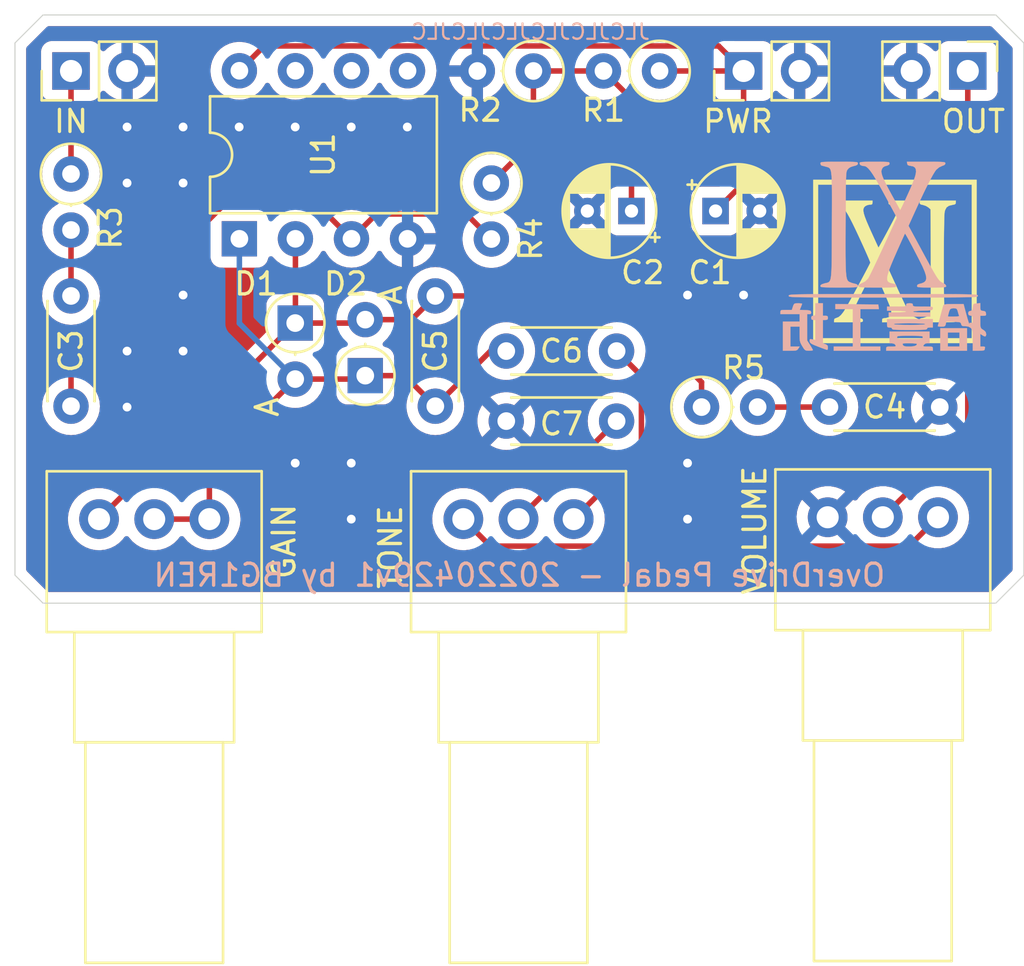
<source format=kicad_pcb>
(kicad_pcb (version 20211014) (generator pcbnew)
  (layers (0 "F.Cu" signal) (31 "B.Cu" signal) (34 "B.Paste" user) (35 "F.Paste" user) (36 "B.SilkS" user "B.Silkscreen") (37 "F.SilkS" user "F.Silkscreen") (38 "B.Mask" user) (39 "F.Mask" user) (44 "Edge.Cuts" user))
  (net 0 "")
  (net 1 "/9V")
  (net 2 "GND")
  (net 3 "/4.5V")
  (net 4 "Net-(C3-Pad1)")
  (net 5 "Net-(U1-Pad3)")
  (net 6 "Net-(C4-Pad2)")
  (net 7 "Net-(U1-Pad2)")
  (net 8 "Net-(U1-Pad1)")
  (net 9 "Net-(C6-Pad2)")
  (net 10 "Net-(C7-Pad2)")
  (net 11 "/IN")
  (net 12 "/OUT")
  (net 13 "Net-(RV2-Pad1)")
  (footprint "Capacitor_THT:C_Disc_D4.3mm_W1.9mm_P5.00mm" (layer "F.Cu") (at 115.57 94.02 -90)
    (fp_text reference "C3" (at 2.5 0 90) (layer "F.SilkS"))
    (fp_text value "470n")
    (pad "1" thru_hole circle (at 0 0 270) (size 1.6 1.6) (drill 0.8) (layers *.Cu *.Mask) (net 4 "Net-(C3-Pad1)"))
    (pad "2" thru_hole circle (at 5 0 270) (size 1.6 1.6) (drill 0.8) (layers *.Cu *.Mask) (net 5 "Net-(U1-Pad3)"))
  )
  (footprint "Capacitor_THT:CP_Radial_D4.0mm_P2.00mm" (layer "F.Cu") (at 140.97 90.17 180)
    (fp_text reference "C2" (at -0.508 -2.794) (layer "F.SilkS"))
    (fp_text value "47u")
    (pad "1" thru_hole rect (at 0 0 180) (size 1.2 1.2) (drill 0.6) (layers *.Cu *.Mask) (net 3 "/4.5V"))
    (pad "2" thru_hole circle (at 2 0 180) (size 1.2 1.2) (drill 0.6) (layers *.Cu *.Mask) (net 2 "GND"))
  )
  (footprint "Resistor_THT:R_Axial_DIN0207_L6.3mm_D2.5mm_P2.54mm_Vertical" (layer "F.Cu") (at 136.525 83.82 180)
    (fp_text reference "R2" (at 2.413 -1.778) (layer "F.SilkS"))
    (fp_text value "10K")
    (pad "1" thru_hole circle (at 0 0 180) (size 1.6 1.6) (drill 0.8) (layers *.Cu *.Mask) (net 3 "/4.5V"))
    (pad "2" thru_hole oval (at 2.54 0 180) (size 1.6 1.6) (drill 0.8) (layers *.Cu *.Mask) (net 2 "GND"))
  )
  (footprint "Connector_PinHeader_2.54mm:PinHeader_1x02_P2.54mm_Vertical" (layer "F.Cu") (at 146.05 83.82 90)
    (fp_text reference "J1" hide)
    (fp_text value "PWR" (at -2.286 -0.254 180) (layer "F.SilkS"))
    (pad "1" thru_hole rect (at 0 0 90) (size 1.7 1.7) (drill 1) (layers *.Cu *.Mask) (net 1 "/9V"))
    (pad "2" thru_hole oval (at 0 2.54 90) (size 1.7 1.7) (drill 1) (layers *.Cu *.Mask) (net 2 "GND"))
  )
  (footprint "xi:xi-logo-c-08_08" (layer "F.Cu") (at 152.908 92.456)
    (fp_text reference "G***" hide)
    (fp_text value "LOGO" hide)
  )
  (footprint "Resistor_THT:R_Axial_DIN0207_L6.3mm_D2.5mm_P2.54mm_Vertical" (layer "F.Cu") (at 115.57 88.49 -90)
    (fp_text reference "R3" (at 2.442 -1.778 90) (layer "F.SilkS"))
    (fp_text value "10K")
    (pad "1" thru_hole circle (at 0 0 270) (size 1.6 1.6) (drill 0.8) (layers *.Cu *.Mask) (net 11 "/IN"))
    (pad "2" thru_hole oval (at 2.54 0 270) (size 1.6 1.6) (drill 0.8) (layers *.Cu *.Mask) (net 4 "Net-(C3-Pad1)"))
  )
  (footprint "Connector_PinHeader_2.54mm:PinHeader_1x02_P2.54mm_Vertical" (layer "F.Cu") (at 115.57 83.82 90)
    (fp_text reference "J2" hide)
    (fp_text value "IN" (at -2.286 0 180) (layer "F.SilkS"))
    (pad "1" thru_hole rect (at 0 0 90) (size 1.7 1.7) (drill 1) (layers *.Cu *.Mask) (net 11 "/IN"))
    (pad "2" thru_hole oval (at 0 2.54 90) (size 1.7 1.7) (drill 1) (layers *.Cu *.Mask) (net 2 "GND"))
  )
  (footprint "bg1ren:Potentiometer_Alps_RK097_Single_Horizontal" (layer "F.Cu") (at 116.84 104.14 -90)
    (fp_text reference "RV1" hide)
    (fp_text value "500K")
    (pad "1" thru_hole circle locked (at 0 0 270) (size 1.8 1.8) (drill 1) (layers *.Cu *.Mask) (net 7 "Net-(U1-Pad2)"))
    (pad "2" thru_hole circle locked (at 0 -2.5 270) (size 1.8 1.8) (drill 1) (layers *.Cu *.Mask) (net 8 "Net-(U1-Pad1)"))
    (pad "3" thru_hole circle locked (at 0 -5 270) (size 1.8 1.8) (drill 1) (layers *.Cu *.Mask) (net 8 "Net-(U1-Pad1)"))
  )
  (footprint "bg1ren:Potentiometer_Alps_RK097_Single_Horizontal" (layer "F.Cu") (at 133.35 104.14 -90)
    (fp_text reference "RV2" hide)
    (fp_text value "10K")
    (pad "1" thru_hole circle locked (at 0 0 270) (size 1.8 1.8) (drill 1) (layers *.Cu *.Mask) (net 13 "Net-(RV2-Pad1)"))
    (pad "2" thru_hole circle locked (at 0 -2.5 270) (size 1.8 1.8) (drill 1) (layers *.Cu *.Mask) (net 10 "Net-(C7-Pad2)"))
    (pad "3" thru_hole circle locked (at 0 -5 270) (size 1.8 1.8) (drill 1) (layers *.Cu *.Mask) (net 9 "Net-(C6-Pad2)"))
  )
  (footprint "Resistor_THT:R_Axial_DIN0207_L6.3mm_D2.5mm_P2.54mm_Vertical" (layer "F.Cu") (at 142.24 83.82 180)
    (fp_text reference "R1" (at 2.54 -1.778) (layer "F.SilkS"))
    (fp_text value "10K")
    (pad "1" thru_hole circle (at 0 0 180) (size 1.6 1.6) (drill 0.8) (layers *.Cu *.Mask) (net 1 "/9V"))
    (pad "2" thru_hole oval (at 2.54 0 180) (size 1.6 1.6) (drill 0.8) (layers *.Cu *.Mask) (net 3 "/4.5V"))
  )
  (footprint "Diode_THT:D_DO-35_SOD27_P2.54mm_Vertical_AnodeUp" (layer "F.Cu") (at 125.73 95.25 -90)
    (fp_text reference "D1" (at -1.778 1.778 180) (layer "F.SilkS"))
    (fp_text value "1N4148")
    (fp_text user "A" (at 3.81 1.27 90) (layer "F.SilkS"))
    (pad "1" thru_hole rect (at 0 0 270) (size 1.6 1.6) (drill 0.8) (layers *.Cu *.Mask) (net 7 "Net-(U1-Pad2)"))
    (pad "2" thru_hole oval (at 2.54 0 270) (size 1.6 1.6) (drill 0.8) (layers *.Cu *.Mask) (net 8 "Net-(U1-Pad1)"))
  )
  (footprint "Capacitor_THT:C_Disc_D4.3mm_W1.9mm_P5.00mm" (layer "F.Cu") (at 132.08 94.02 -90)
    (fp_text reference "C5" (at 2.5 0 90) (layer "F.SilkS"))
    (fp_text value "100p")
    (pad "1" thru_hole circle (at 0 0 270) (size 1.6 1.6) (drill 0.8) (layers *.Cu *.Mask) (net 7 "Net-(U1-Pad2)"))
    (pad "2" thru_hole circle (at 5 0 270) (size 1.6 1.6) (drill 0.8) (layers *.Cu *.Mask) (net 8 "Net-(U1-Pad1)"))
  )
  (footprint "bg1ren:Potentiometer_Alps_RK097_Single_Horizontal" (layer "F.Cu") (at 149.86 104.055 -90)
    (fp_text reference "RV3" hide)
    (fp_text value "100K")
    (pad "1" thru_hole circle locked (at 0 0 270) (size 1.8 1.8) (drill 1) (layers *.Cu *.Mask) (net 2 "GND"))
    (pad "2" thru_hole circle locked (at 0 -2.5 270) (size 1.8 1.8) (drill 1) (layers *.Cu *.Mask) (net 12 "/OUT"))
    (pad "3" thru_hole circle locked (at 0 -5 270) (size 1.8 1.8) (drill 1) (layers *.Cu *.Mask) (net 13 "Net-(RV2-Pad1)"))
  )
  (footprint "Resistor_THT:R_Axial_DIN0207_L6.3mm_D2.5mm_P2.54mm_Vertical" (layer "F.Cu") (at 134.62 88.9 -90)
    (fp_text reference "R4" (at 2.54 -1.778 90) (layer "F.SilkS"))
    (fp_text value "1M")
    (pad "1" thru_hole circle (at 0 0 270) (size 1.6 1.6) (drill 0.8) (layers *.Cu *.Mask) (net 3 "/4.5V"))
    (pad "2" thru_hole oval (at 2.54 0 270) (size 1.6 1.6) (drill 0.8) (layers *.Cu *.Mask) (net 5 "Net-(U1-Pad3)"))
  )
  (footprint "Package_DIP:DIP-8_W7.62mm" (layer "F.Cu") (at 123.2 91.43 90)
    (fp_text reference "U1" (at 3.81 3.8 90) (layer "F.SilkS"))
    (fp_text value "LM358")
    (pad "1" thru_hole rect (at 0 0 90) (size 1.6 1.6) (drill 0.8) (layers *.Cu *.Mask) (net 8 "Net-(U1-Pad1)"))
    (pad "2" thru_hole oval (at 0 2.54 90) (size 1.6 1.6) (drill 0.8) (layers *.Cu *.Mask) (net 7 "Net-(U1-Pad2)"))
    (pad "3" thru_hole oval (at 0 5.08 90) (size 1.6 1.6) (drill 0.8) (layers *.Cu *.Mask) (net 5 "Net-(U1-Pad3)"))
    (pad "4" thru_hole oval (at 0 7.62 90) (size 1.6 1.6) (drill 0.8) (layers *.Cu *.Mask) (net 2 "GND"))
    (pad "5" thru_hole oval (at 7.62 7.62 90) (size 1.6 1.6) (drill 0.8) (layers *.Cu *.Mask))
    (pad "6" thru_hole oval (at 7.62 5.08 90) (size 1.6 1.6) (drill 0.8) (layers *.Cu *.Mask))
    (pad "7" thru_hole oval (at 7.62 2.54 90) (size 1.6 1.6) (drill 0.8) (layers *.Cu *.Mask))
    (pad "8" thru_hole oval (at 7.62 0 90) (size 1.6 1.6) (drill 0.8) (layers *.Cu *.Mask) (net 1 "/9V"))
  )
  (footprint "Capacitor_THT:CP_Radial_D4.0mm_P2.00mm" (layer "F.Cu") (at 144.78 90.17)
    (fp_text reference "C1" (at -0.254 2.794) (layer "F.SilkS"))
    (fp_text value "47u")
    (pad "1" thru_hole rect (at 0 0) (size 1.2 1.2) (drill 0.6) (layers *.Cu *.Mask) (net 1 "/9V"))
    (pad "2" thru_hole circle (at 2 0) (size 1.2 1.2) (drill 0.6) (layers *.Cu *.Mask) (net 2 "GND"))
  )
  (footprint "Capacitor_THT:C_Disc_D4.3mm_W1.9mm_P5.00mm" (layer "F.Cu") (at 135.295 96.52)
    (fp_text reference "C6" (at 2.5 0) (layer "F.SilkS"))
    (fp_text value "1u")
    (pad "1" thru_hole circle (at 0 0) (size 1.6 1.6) (drill 0.8) (layers *.Cu *.Mask) (net 8 "Net-(U1-Pad1)"))
    (pad "2" thru_hole circle (at 5 0) (size 1.6 1.6) (drill 0.8) (layers *.Cu *.Mask) (net 9 "Net-(C6-Pad2)"))
  )
  (footprint "Resistor_THT:R_Axial_DIN0207_L6.3mm_D2.5mm_P2.54mm_Vertical" (layer "F.Cu") (at 144.145 99.06)
    (fp_text reference "R5" (at 1.905 -1.778) (layer "F.SilkS"))
    (fp_text value "1K")
    (pad "1" thru_hole circle (at 0 0) (size 1.6 1.6) (drill 0.8) (layers *.Cu *.Mask) (net 7 "Net-(U1-Pad2)"))
    (pad "2" thru_hole oval (at 2.54 0) (size 1.6 1.6) (drill 0.8) (layers *.Cu *.Mask) (net 6 "Net-(C4-Pad2)"))
  )
  (footprint "Diode_THT:D_DO-35_SOD27_P2.54mm_Vertical_AnodeUp" (layer "F.Cu") (at 128.905 97.634314 90)
    (fp_text reference "D2" (at 4.162314 -0.889 180) (layer "F.SilkS"))
    (fp_text value "1N4148")
    (fp_text user "A" (at 3.654314 1.143 90) (layer "F.SilkS"))
    (pad "1" thru_hole rect (at 0 0 90) (size 1.6 1.6) (drill 0.8) (layers *.Cu *.Mask) (net 8 "Net-(U1-Pad1)"))
    (pad "2" thru_hole oval (at 2.54 0 90) (size 1.6 1.6) (drill 0.8) (layers *.Cu *.Mask) (net 7 "Net-(U1-Pad2)"))
  )
  (footprint "Capacitor_THT:C_Disc_D4.3mm_W1.9mm_P5.00mm" (layer "F.Cu") (at 135.295 99.695)
    (fp_text reference "C7" (at 2.5 0.127) (layer "F.SilkS"))
    (fp_text value "22n")
    (pad "1" thru_hole circle (at 0 0) (size 1.6 1.6) (drill 0.8) (layers *.Cu *.Mask) (net 2 "GND"))
    (pad "2" thru_hole circle (at 5 0) (size 1.6 1.6) (drill 0.8) (layers *.Cu *.Mask) (net 10 "Net-(C7-Pad2)"))
  )
  (footprint "Connector_PinHeader_2.54mm:PinHeader_1x02_P2.54mm_Vertical" (layer "F.Cu") (at 156.21 83.82 -90)
    (fp_text reference "J3" hide)
    (fp_text value "OUT" (at 2.286 -0.254 180) (layer "F.SilkS"))
    (pad "1" thru_hole rect (at 0 0 270) (size 1.7 1.7) (drill 1) (layers *.Cu *.Mask) (net 12 "/OUT"))
    (pad "2" thru_hole oval (at 0 2.54 270) (size 1.7 1.7) (drill 1) (layers *.Cu *.Mask) (net 2 "GND"))
  )
  (footprint "Capacitor_THT:C_Disc_D4.3mm_W1.9mm_P5.00mm" (layer "F.Cu") (at 154.94 99.06 180)
    (fp_text reference "C4" (at 2.5 0) (layer "F.SilkS"))
    (fp_text value "220n")
    (pad "1" thru_hole circle (at 0 0 180) (size 1.6 1.6) (drill 0.8) (layers *.Cu *.Mask) (net 2 "GND"))
    (pad "2" thru_hole circle (at 5 0 180) (size 1.6 1.6) (drill 0.8) (layers *.Cu *.Mask) (net 6 "Net-(C4-Pad2)"))
  )
  (footprint "xi:xi-logo-a-10_09" (layer "B.Cu") (at 152.4 92.202 180)
    (fp_text reference "G***" hide)
    (fp_text value "LOGO" hide)
  )
  (gr_line (start 114.3 107.95) (end 113.03 106.68) (layer "Edge.Cuts") (width 0.05))
  (gr_line (start 158.75 82.55) (end 158.75 106.68) (layer "Edge.Cuts") (width 0.05))
  (gr_line (start 114.3 81.28) (end 157.48 81.28) (layer "Edge.Cuts") (width 0.05))
  (gr_line (start 157.48 81.28) (end 158.75 82.55) (layer "Edge.Cuts") (width 0.05))
  (gr_line (start 157.48 107.95) (end 114.3 107.95) (layer "Edge.Cuts") (width 0.05))
  (gr_line (start 113.03 106.68) (end 113.03 82.55) (layer "Edge.Cuts") (width 0.05))
  (gr_line (start 113.03 82.55) (end 114.3 81.28) (layer "Edge.Cuts") (width 0.05))
  (gr_line (start 158.75 106.68) (end 157.48 107.95) (layer "Edge.Cuts") (width 0.05))
  (gr_text "JLCJLCJLCJLCJLCJLC" (at 136.398 82.042) (layer "B.SilkS") (effects (font (size 0.7 0.7) (thickness 0.1)) (justify mirror)))
  (gr_text "OverDrive Pedal - 20220429v1 by BG1REN" (at 135.89 106.68) (layer "B.SilkS") (effects (font (size 1 1)) (justify mirror)))
  (gr_text "VOLUME" (at 146.558 104.648 90) (layer "F.SilkS") (effects (font (size 1 1))))
  (gr_text "GAIN" (at 125.222 105.156 90) (layer "F.SilkS") (effects (font (size 1 1))))
  (gr_text "TONE" (at 130.048 105.41 90) (layer "F.SilkS") (effects (font (size 1 1))))
  (segment (start 124.324511 82.685489) (end 123.2 83.81) (width 0.25) (layer "F.Cu") (net 1))
  (segment (start 146.05 83.82) (end 144.915489 82.685489) (width 0.25) (layer "F.Cu") (net 1))
  (segment (start 146.05 83.82) (end 146.05 88.9) (width 0.25) (layer "F.Cu") (net 1))
  (segment (start 144.915489 82.685489) (end 124.324511 82.685489) (width 0.25) (layer "F.Cu") (net 1))
  (segment (start 146.05 88.9) (end 144.78 90.17) (width 0.25) (layer "F.Cu") (net 1))
  (segment (start 146.05 83.82) (end 142.24 83.82) (width 0.25) (layer "F.Cu") (net 1))
  (via (at 120.65 96.52) (size 0.8) (drill 0.4) (layers "F.Cu" "B.Cu") (net 2))
  (via (at 143.51 104.14) (size 0.8) (drill 0.4) (layers "F.Cu" "B.Cu") (net 2))
  (via (at 120.65 86.36) (size 0.8) (drill 0.4) (layers "F.Cu" "B.Cu") (net 2))
  (via (at 118.11 86.36) (size 0.8) (drill 0.4) (layers "F.Cu" "B.Cu") (net 2))
  (via (at 143.51 101.6) (size 0.8) (drill 0.4) (layers "F.Cu" "B.Cu") (net 2))
  (via (at 120.65 93.98) (size 0.8) (drill 0.4) (layers "F.Cu" "B.Cu") (net 2))
  (via (at 125.73 101.6) (size 0.8) (drill 0.4) (layers "F.Cu" "B.Cu") (net 2))
  (via (at 130.81 86.36) (size 0.8) (drill 0.4) (layers "F.Cu" "B.Cu") (net 2))
  (via (at 128.27 86.36) (size 0.8) (drill 0.4) (layers "F.Cu" "B.Cu") (net 2))
  (via (at 118.11 88.9) (size 0.8) (drill 0.4) (layers "F.Cu" "B.Cu") (net 2))
  (via (at 146.05 93.98) (size 0.8) (drill 0.4) (layers "F.Cu" "B.Cu") (net 2))
  (via (at 125.73 86.36) (size 0.8) (drill 0.4) (layers "F.Cu" "B.Cu") (net 2))
  (via (at 128.27 101.6) (size 0.8) (drill 0.4) (layers "F.Cu" "B.Cu") (net 2))
  (via (at 128.27 104.14) (size 0.8) (drill 0.4) (layers "F.Cu" "B.Cu") (net 2))
  (via (at 143.51 93.98) (size 0.8) (drill 0.4) (layers "F.Cu" "B.Cu") (net 2))
  (via (at 118.11 99.06) (size 0.8) (drill 0.4) (layers "F.Cu" "B.Cu") (net 2))
  (via (at 118.11 96.52) (size 0.8) (drill 0.4) (layers "F.Cu" "B.Cu") (net 2))
  (via (at 120.65 88.9) (size 0.8) (drill 0.4) (layers "F.Cu" "B.Cu") (net 2))
  (via (at 123.19 86.36) (size 0.8) (drill 0.4) (layers "F.Cu" "B.Cu") (net 2))
  (segment (start 136.525 83.82) (end 136.525 86.995) (width 0.25) (layer "F.Cu") (net 3))
  (segment (start 139.7 83.82) (end 136.525 83.82) (width 0.25) (layer "F.Cu") (net 3))
  (segment (start 136.525 86.995) (end 134.62 88.9) (width 0.25) (layer "F.Cu") (net 3))
  (segment (start 140.97 90.17) (end 140.97 85.09) (width 0.25) (layer "F.Cu") (net 3))
  (segment (start 140.97 85.09) (end 139.7 83.82) (width 0.25) (layer "F.Cu") (net 3))
  (segment (start 115.57 91.03) (end 115.57 94.02) (width 0.25) (layer "F.Cu") (net 4))
  (segment (start 115.57 96.810978) (end 115.57 99.02) (width 0.25) (layer "F.Cu") (net 5))
  (segment (start 134.62 91.44) (end 133.485489 90.305489) (width 0.25) (layer "F.Cu") (net 5))
  (segment (start 129.404511 90.305489) (end 128.28 91.43) (width 0.25) (layer "F.Cu") (net 5))
  (segment (start 122.718978 89.662) (end 115.57 96.810978) (width 0.25) (layer "F.Cu") (net 5))
  (segment (start 126.512 89.662) (end 122.718978 89.662) (width 0.25) (layer "F.Cu") (net 5))
  (segment (start 128.28 91.43) (end 126.512 89.662) (width 0.25) (layer "F.Cu") (net 5))
  (segment (start 133.485489 90.305489) (end 129.404511 90.305489) (width 0.25) (layer "F.Cu") (net 5))
  (segment (start 146.685 99.06) (end 149.94 99.06) (width 0.25) (layer "F.Cu") (net 6))
  (segment (start 128.749314 95.25) (end 128.905 95.094314) (width 0.25) (layer "F.Cu") (net 7))
  (segment (start 132.08 94.02) (end 140.23637 94.02) (width 0.25) (layer "F.Cu") (net 7))
  (segment (start 140.23637 94.02) (end 144.145 97.92863) (width 0.25) (layer "F.Cu") (net 7))
  (segment (start 128.905 95.094314) (end 131.005686 95.094314) (width 0.25) (layer "F.Cu") (net 7))
  (segment (start 131.005686 95.094314) (end 132.08 94.02) (width 0.25) (layer "F.Cu") (net 7))
  (segment (start 144.145 97.92863) (end 144.145 99.06) (width 0.25) (layer "F.Cu") (net 7))
  (segment (start 125.73 95.25) (end 116.84 104.14) (width 0.25) (layer "F.Cu") (net 7))
  (segment (start 125.74 91.43) (end 125.74 95.24) (width 0.25) (layer "F.Cu") (net 7))
  (segment (start 125.73 95.25) (end 128.749314 95.25) (width 0.25) (layer "F.Cu") (net 7))
  (segment (start 125.74 95.24) (end 125.73 95.25) (width 0.25) (layer "F.Cu") (net 7))
  (segment (start 130.694314 97.634314) (end 132.08 99.02) (width 0.25) (layer "F.Cu") (net 8))
  (segment (start 128.905 97.634314) (end 130.694314 97.634314) (width 0.25) (layer "F.Cu") (net 8))
  (segment (start 132.08 99.02) (end 134.58 96.52) (width 0.25) (layer "F.Cu") (net 8))
  (segment (start 134.58 96.52) (end 135.295 96.52) (width 0.25) (layer "F.Cu") (net 8))
  (segment (start 125.73 97.79) (end 128.749314 97.79) (width 0.25) (layer "F.Cu") (net 8))
  (segment (start 121.84 101.68) (end 125.73 97.79) (width 0.25) (layer "F.Cu") (net 8))
  (segment (start 121.84 104.14) (end 121.84 101.68) (width 0.25) (layer "F.Cu") (net 8))
  (segment (start 119.34 104.14) (end 121.84 104.14) (width 0.25) (layer "F.Cu") (net 8))
  (segment (start 128.749314 97.79) (end 128.905 97.634314) (width 0.25) (layer "F.Cu") (net 8))
  (segment (start 123.2 95.26) (end 125.73 97.79) (width 0.25) (layer "B.Cu") (net 8))
  (segment (start 123.2 91.43) (end 123.2 95.26) (width 0.25) (layer "B.Cu") (net 8))
  (segment (start 141.419511 97.644511) (end 141.419511 101.070489) (width 0.25) (layer "F.Cu") (net 9))
  (segment (start 140.295 96.52) (end 141.419511 97.644511) (width 0.25) (layer "F.Cu") (net 9))
  (segment (start 141.419511 101.070489) (end 138.35 104.14) (width 0.25) (layer "F.Cu") (net 9))
  (segment (start 135.85 104.14) (end 140.295 99.695) (width 0.25) (layer "F.Cu") (net 10))
  (segment (start 115.57 83.82) (end 115.57 88.49) (width 0.25) (layer "F.Cu") (net 11))
  (segment (start 156.21 100.205) (end 152.36 104.055) (width 0.25) (layer "F.Cu") (net 12))
  (segment (start 156.21 83.82) (end 156.21 100.205) (width 0.25) (layer "F.Cu") (net 12))
  (segment (start 154.86 104.055) (end 153.550489 105.364511) (width 0.25) (layer "F.Cu") (net 13))
  (segment (start 153.550489 105.364511) (end 134.574511 105.364511) (width 0.25) (layer "F.Cu") (net 13))
  (segment (start 134.574511 105.364511) (end 133.35 104.14) (width 0.25) (layer "F.Cu") (net 13))
  (zone (net 2) (net_name "GND") (layers F&B.Cu) (connect_pads (clearance 0.508)) (min_thickness 0.254) (fill yes (thermal_gap 0.508) (thermal_bridge_width 0.508))
    (polygon (pts (xy 158.75 107.95) (xy 113.03 107.95) (xy 113.03 81.28) (xy 158.75 81.28)))
  )
)
</source>
